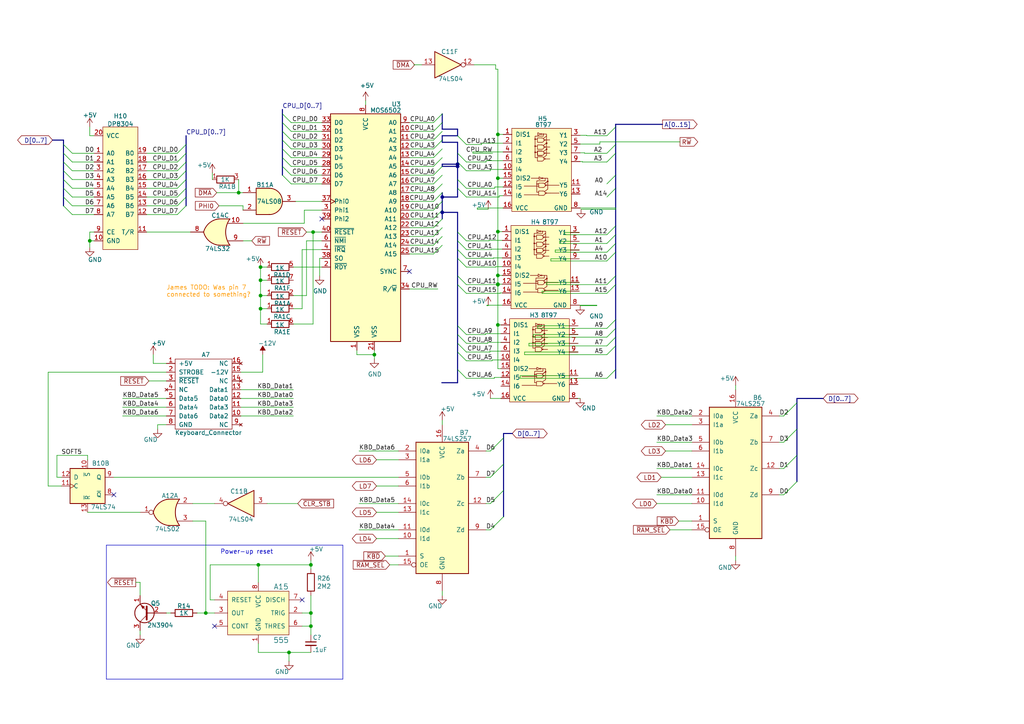
<source format=kicad_sch>
(kicad_sch (version 20230121) (generator eeschema)
  (paper "A4")
  (title_block (title "Apple II+ Schematic") (rev "0") (comment 1 "Captured from the Apple II Reference Manual (1979)"))
  (junction (at 69.215 55.88))
  (junction (at 144.399 67.183))
  (junction (at 90.17 163.83))
  (junction (at 144.399 82.423))
  (junction (at 128.27 61.595))
  (junction (at 144.399 82.55))
  (junction (at 26.035 69.85))
  (junction (at 90.805 67.31))
  (junction (at 144.399 79.883))
  (junction (at 75.565 89.535))
  (junction (at 59.69 177.8))
  (junction (at 144.399 51.689))
  (junction (at 90.17 181.61))
  (junction (at 144.399 94.234))
  (junction (at 74.93 163.83))
  (junction (at 75.565 77.47))
  (junction (at 144.399 38.989))
  (junction (at 128.27 57.15))
  (junction (at 108.585 102.87))
  (junction (at 90.17 177.8))
  (junction (at 75.565 85.725))
  (junction (at 75.565 81.28))
  (junction (at 132.715 47.625))
  (junction (at 132.715 48.26))
  (junction (at 83.82 189.23))
  (no_connect (at 87.63 173.99))
  (no_connect (at 33.02 143.51))
  (no_connect (at 93.345 63.5))
  (no_connect (at 118.745 78.74))
  (no_connect (at 62.23 181.61))
  (bus_entry (at 81.915 33.02) (size 2.54 2.54))
  (bus_entry (at 81.915 45.72) (size 2.54 2.54))
  (bus_entry (at 178.562 95.25) (size -2.54 2.54))
  (bus_entry (at 178.562 100.33) (size -2.54 2.54))
  (bus_entry (at 18.415 52.07) (size 2.54 2.54))
  (bus_entry (at 18.415 49.53) (size 2.54 2.54))
  (bus_entry (at 81.915 35.56) (size 2.54 2.54))
  (bus_entry (at 132.715 80.01) (size 2.54 2.54))
  (bus_entry (at 178.562 41.91) (size -2.54 2.54))
  (bus_entry (at 125.73 58.42) (size 2.54 -2.54))
  (bus_entry (at 178.562 70.612) (size -2.54 2.54))
  (bus_entry (at 51.435 59.69) (size 2.54 -2.54))
  (bus_entry (at 178.562 68.072) (size -2.54 2.54))
  (bus_entry (at 51.435 54.61) (size 2.54 -2.54))
  (bus_entry (at 132.715 46.99) (size 2.54 2.54))
  (bus_entry (at 132.715 44.45) (size 2.54 2.54))
  (bus_entry (at 125.73 66.04) (size 2.54 -2.54))
  (bus_entry (at 125.73 40.64) (size 2.54 -2.54))
  (bus_entry (at 81.915 48.26) (size 2.54 2.54))
  (bus_entry (at 125.73 43.18) (size 2.54 -2.54))
  (bus_entry (at 132.715 107.188) (size 2.54 2.54))
  (bus_entry (at 146.05 142.24) (size -2.54 2.54))
  (bus_entry (at 125.73 68.58) (size 2.54 -2.54))
  (bus_entry (at 178.562 65.532) (size -2.54 2.54))
  (bus_entry (at 51.435 52.07) (size 2.54 -2.54))
  (bus_entry (at 132.715 72.39) (size 2.54 2.54))
  (bus_entry (at 18.415 54.61) (size 2.54 2.54))
  (bus_entry (at 146.05 149.86) (size -2.54 2.54))
  (bus_entry (at 132.715 102.108) (size 2.54 2.54))
  (bus_entry (at 125.73 60.96) (size 2.54 -2.54))
  (bus_entry (at 51.435 46.99) (size 2.54 -2.54))
  (bus_entry (at 125.73 48.26) (size 2.54 -2.54))
  (bus_entry (at 132.715 82.55) (size 2.54 2.54))
  (bus_entry (at 178.562 54.61) (size -2.54 2.54))
  (bus_entry (at 125.73 50.8) (size 2.54 -2.54))
  (bus_entry (at 18.415 46.99) (size 2.54 2.54))
  (bus_entry (at 132.715 54.61) (size 2.54 2.54))
  (bus_entry (at 146.05 134.62) (size -2.54 2.54))
  (bus_entry (at 125.73 63.5) (size 2.54 -2.54))
  (bus_entry (at 132.715 39.37) (size 2.54 2.54))
  (bus_entry (at 125.73 55.88) (size 2.54 -2.54))
  (bus_entry (at 178.562 44.45) (size -2.54 2.54))
  (bus_entry (at 132.715 69.85) (size 2.54 2.54))
  (bus_entry (at 128.27 33.02) (size -2.54 2.54))
  (bus_entry (at 178.562 50.8) (size -2.54 2.54))
  (bus_entry (at 178.562 36.83) (size -2.54 2.54))
  (bus_entry (at 128.27 35.56) (size -2.54 2.54))
  (bus_entry (at 81.915 40.64) (size 2.54 2.54))
  (bus_entry (at 132.715 52.07) (size 2.54 2.54))
  (bus_entry (at 132.715 67.31) (size 2.54 2.54))
  (bus_entry (at 178.562 73.152) (size -2.54 2.54))
  (bus_entry (at 51.435 62.23) (size 2.54 -2.54))
  (bus_entry (at 51.435 57.15) (size 2.54 -2.54))
  (bus_entry (at 231.14 132.08) (size -2.54 2.54))
  (bus_entry (at 18.415 57.15) (size 2.54 2.54))
  (bus_entry (at 81.915 38.1) (size 2.54 2.54))
  (bus_entry (at 231.14 124.46) (size -2.54 2.54))
  (bus_entry (at 231.14 116.84) (size -2.54 2.54))
  (bus_entry (at 132.715 74.93) (size 2.54 2.54))
  (bus_entry (at 81.915 43.18) (size 2.54 2.54))
  (bus_entry (at 125.73 73.66) (size 2.54 -2.54))
  (bus_entry (at 125.73 53.34) (size 2.54 -2.54))
  (bus_entry (at 146.05 127) (size -2.54 2.54))
  (bus_entry (at 51.435 49.53) (size 2.54 -2.54))
  (bus_entry (at 178.562 82.55) (size -2.54 2.54))
  (bus_entry (at 18.415 44.45) (size 2.54 2.54))
  (bus_entry (at 231.14 139.7) (size -2.54 2.54))
  (bus_entry (at 132.715 97.028) (size 2.54 2.54))
  (bus_entry (at 125.73 45.72) (size 2.54 -2.54))
  (bus_entry (at 132.715 94.488) (size 2.54 2.54))
  (bus_entry (at 178.562 107.188) (size -2.54 2.54))
  (bus_entry (at 132.715 99.568) (size 2.54 2.54))
  (bus_entry (at 125.73 71.12) (size 2.54 -2.54))
  (bus_entry (at 51.435 44.45) (size 2.54 -2.54))
  (bus_entry (at 178.562 97.79) (size -2.54 2.54))
  (bus_entry (at 178.562 80.01) (size -2.54 2.54))
  (bus_entry (at 178.562 92.71) (size -2.54 2.54))
  (bus_entry (at 18.415 59.69) (size 2.54 2.54))
  (bus_entry (at 81.915 50.8) (size 2.54 2.54))
  (bus_entry (at 18.415 41.91) (size 2.54 2.54))
  (bus (pts (xy 15.24 40.64) (xy 18.415 40.64)))
  (bus (pts (xy 132.715 46.99) (xy 132.715 47.625)))
  (wire (pts (xy 75.565 85.725) (xy 77.47 85.725)))
  (wire (pts (xy 104.14 153.67) (xy 115.57 153.67)))
  (wire (pts (xy 139.7 41.91) (xy 135.255 41.91)))
  (bus (pts (xy 53.975 52.07) (xy 53.975 54.61)))
  (wire (pts (xy 75.565 81.28) (xy 75.565 85.725)))
  (bus (pts (xy 132.715 110.998) (xy 128.143 110.998)))
  (wire (pts (xy 142.113 101.854) (xy 145.288 101.854)))
  (bus (pts (xy 132.715 41.275) (xy 132.715 44.45)))
  (wire (pts (xy 42.545 59.69) (xy 51.435 59.69)))
  (wire (pts (xy 144.78 56.769) (xy 144.78 57.15)))
  (wire (pts (xy 25.4 132.08) (xy 16.51 132.08)))
  (bus (pts (xy 18.415 57.15) (xy 18.415 59.69)))
  (bus (pts (xy 178.562 44.45) (xy 178.562 50.8)))
  (wire (pts (xy 118.745 60.96) (xy 125.73 60.96)))
  (wire (pts (xy 39.37 168.91) (xy 40.64 168.91)))
  (wire (pts (xy 144.399 82.55) (xy 135.255 82.55)))
  (wire (pts (xy 84.455 38.1) (xy 93.345 38.1)))
  (wire (pts (xy 84.455 40.64) (xy 93.345 40.64)))
  (wire (pts (xy 200.66 130.81) (xy 193.04 130.81)))
  (wire (pts (xy 143.51 54.61) (xy 135.255 54.61)))
  (wire (pts (xy 118.745 68.58) (xy 125.73 68.58)))
  (wire (pts (xy 144.399 79.883) (xy 144.399 82.423)))
  (wire (pts (xy 143.764 18.796) (xy 137.541 18.796)))
  (wire (pts (xy 145.034 84.963) (xy 145.034 85.09)))
  (wire (pts (xy 42.545 52.07) (xy 51.435 52.07)))
  (wire (pts (xy 59.69 151.13) (xy 59.69 177.8)))
  (bus (pts (xy 178.562 92.71) (xy 178.562 95.25)))
  (wire (pts (xy 152.146 102.87) (xy 152.146 102.108)))
  (bus (pts (xy 128.27 60.96) (xy 128.27 61.595)))
  (wire (pts (xy 42.545 46.99) (xy 51.435 46.99)))
  (wire (pts (xy 20.955 44.45) (xy 27.305 44.45)))
  (wire (pts (xy 168.275 39.243) (xy 170.18 39.243)))
  (bus (pts (xy 178.562 68.072) (xy 178.562 70.612)))
  (wire (pts (xy 138.43 60.325) (xy 138.43 60.706)))
  (wire (pts (xy 74.93 186.69) (xy 74.93 189.23)))
  (wire (pts (xy 143.51 54.229) (xy 145.923 54.229)))
  (bus (pts (xy 53.975 41.91) (xy 53.975 44.45)))
  (wire (pts (xy 16.51 132.08) (xy 16.51 138.43)))
  (wire (pts (xy 69.85 107.95) (xy 76.2 107.95)))
  (wire (pts (xy 144.399 67.183) (xy 144.399 79.883)))
  (wire (pts (xy 158.496 81.915) (xy 168.021 81.915)))
  (wire (pts (xy 70.485 69.85) (xy 73.025 69.85)))
  (wire (pts (xy 20.955 57.15) (xy 27.305 57.15)))
  (wire (pts (xy 20.955 62.23) (xy 27.305 62.23)))
  (wire (pts (xy 75.565 85.725) (xy 75.565 89.535)))
  (wire (pts (xy 155.956 94.488) (xy 167.64 94.488)))
  (polyline (pts (xy 30.861 196.977) (xy 99.441 196.977)))
  (bus (pts (xy 128.27 37.465) (xy 128.27 35.56)))
  (bus (pts (xy 132.715 72.39) (xy 132.715 74.93)))
  (bus (pts (xy 132.715 69.85) (xy 132.715 72.39)))
  (wire (pts (xy 88.265 60.96) (xy 88.265 64.77)))
  (wire (pts (xy 163.576 68.072) (xy 163.576 67.437)))
  (wire (pts (xy 92.71 74.93) (xy 93.345 74.93)))
  (wire (pts (xy 145.669 79.883) (xy 144.399 79.883)))
  (wire (pts (xy 42.545 44.45) (xy 51.435 44.45)))
  (wire (pts (xy 109.22 133.35) (xy 115.57 133.35)))
  (bus (pts (xy 132.715 80.01) (xy 132.715 82.55)))
  (wire (pts (xy 194.31 153.67) (xy 200.66 153.67)))
  (wire (pts (xy 104.14 130.81) (xy 115.57 130.81)))
  (wire (pts (xy 45.72 124.46) (xy 45.72 123.19)))
  (bus (pts (xy 132.715 57.15) (xy 128.27 57.15)))
  (bus (pts (xy 132.715 61.595) (xy 128.27 61.595)))
  (wire (pts (xy 90.17 177.8) (xy 90.17 172.72)))
  (wire (pts (xy 142.24 115.57) (xy 145.288 115.57)))
  (wire (pts (xy 145.669 67.183) (xy 144.399 67.183)))
  (wire (pts (xy 118.745 66.04) (xy 125.73 66.04)))
  (wire (pts (xy 141.224 88.519) (xy 141.224 88.646)))
  (wire (pts (xy 142.24 146.05) (xy 143.51 144.78)))
  (wire (pts (xy 83.82 189.23) (xy 83.82 191.77)))
  (wire (pts (xy 26.035 69.85) (xy 26.035 71.755)))
  (wire (pts (xy 70.485 59.69) (xy 70.485 60.96)))
  (wire (pts (xy 84.455 50.8) (xy 93.345 50.8)))
  (wire (pts (xy 90.17 181.61) (xy 90.17 177.8)))
  (bus (pts (xy 178.562 80.01) (xy 178.562 82.55)))
  (wire (pts (xy 69.85 120.65) (xy 85.09 120.65)))
  (wire (pts (xy 144.399 38.989) (xy 144.399 20.066)))
  (wire (pts (xy 140.97 153.67) (xy 142.24 153.67)))
  (wire (pts (xy 76.2 107.95) (xy 76.2 102.87)))
  (wire (pts (xy 168.275 44.323) (xy 169.545 44.323)))
  (wire (pts (xy 227.33 120.65) (xy 228.6 119.38)))
  (wire (pts (xy 150.876 109.728) (xy 176.022 109.728)))
  (wire (pts (xy 143.764 77.343) (xy 145.669 77.343)))
  (wire (pts (xy 144.399 20.066) (xy 143.764 20.066)))
  (bus (pts (xy 128.27 39.37) (xy 128.27 40.64)))
  (wire (pts (xy 44.45 102.87) (xy 44.45 105.41)))
  (wire (pts (xy 143.764 77.343) (xy 143.764 77.47)))
  (wire (pts (xy 170.18 39.243) (xy 170.18 39.37)))
  (bus (pts (xy 128.27 57.15) (xy 128.143 57.15)))
  (bus (pts (xy 128.27 61.595) (xy 128.27 63.5)))
  (wire (pts (xy 142.24 138.43) (xy 143.51 137.16)))
  (wire (pts (xy 143.383 109.474) (xy 143.383 109.728)))
  (bus (pts (xy 81.915 31.75) (xy 81.915 33.02)))
  (bus (pts (xy 178.562 95.25) (xy 178.562 97.79)))
  (wire (pts (xy 155.956 95.25) (xy 176.022 95.25)))
  (bus (pts (xy 81.915 35.56) (xy 81.915 38.1)))
  (wire (pts (xy 139.7 41.529) (xy 139.7 41.91)))
  (wire (pts (xy 158.496 82.55) (xy 176.022 82.55)))
  (wire (pts (xy 85.09 93.98) (xy 90.805 93.98)))
  (wire (pts (xy 20.955 52.07) (xy 27.305 52.07)))
  (wire (pts (xy 161.036 73.152) (xy 176.022 73.152)))
  (wire (pts (xy 200.66 138.43) (xy 191.77 138.43)))
  (wire (pts (xy 61.595 52.07) (xy 61.595 50.165)))
  (wire (pts (xy 113.03 163.83) (xy 115.57 163.83)))
  (wire (pts (xy 88.9 67.31) (xy 90.805 67.31)))
  (wire (pts (xy 118.745 38.1) (xy 125.73 38.1)))
  (bus (pts (xy 146.05 134.62) (xy 146.05 142.24)))
  (wire (pts (xy 93.345 69.85) (xy 88.9 69.85)))
  (bus (pts (xy 132.715 44.45) (xy 132.715 46.99)))
  (wire (pts (xy 25.4 133.35) (xy 25.4 132.08)))
  (wire (pts (xy 25.4 148.59) (xy 40.64 148.59)))
  (wire (pts (xy 190.5 135.89) (xy 200.66 135.89)))
  (bus (pts (xy 128.27 47.625) (xy 128.27 48.26)))
  (bus (pts (xy 81.915 43.18) (xy 81.915 45.72)))
  (wire (pts (xy 118.745 63.5) (xy 125.73 63.5)))
  (wire (pts (xy 145.288 106.934) (xy 144.399 106.934)))
  (bus (pts (xy 178.562 54.61) (xy 178.562 65.532)))
  (wire (pts (xy 140.843 96.774) (xy 145.288 96.774)))
  (wire (pts (xy 142.24 130.81) (xy 143.51 129.54)))
  (bus (pts (xy 132.715 48.26) (xy 132.715 52.07)))
  (wire (pts (xy 87.63 177.8) (xy 90.17 177.8)))
  (wire (pts (xy 84.455 45.72) (xy 93.345 45.72)))
  (wire (pts (xy 227.33 143.51) (xy 228.6 142.24)))
  (wire (pts (xy 75.565 81.28) (xy 77.47 81.28)))
  (wire (pts (xy 145.923 51.689) (xy 144.399 51.689)))
  (wire (pts (xy 140.97 46.99) (xy 135.255 46.99)))
  (wire (pts (xy 226.06 135.89) (xy 227.33 135.89)))
  (wire (pts (xy 84.455 48.26) (xy 93.345 48.26)))
  (wire (pts (xy 144.399 94.234) (xy 144.399 106.934)))
  (wire (pts (xy 155.956 95.25) (xy 155.956 94.488)))
  (wire (pts (xy 159.766 75.057) (xy 168.021 75.057)))
  (bus (pts (xy 128.27 61.595) (xy 128.143 61.595)))
  (wire (pts (xy 154.686 97.028) (xy 167.64 97.028)))
  (wire (pts (xy 74.93 163.83) (xy 74.93 168.91)))
  (wire (pts (xy 142.24 49.53) (xy 135.255 49.53)))
  (wire (pts (xy 104.14 146.05) (xy 115.57 146.05)))
  (wire (pts (xy 143.764 77.47) (xy 135.255 77.47)))
  (wire (pts (xy 141.478 99.568) (xy 135.255 99.568)))
  (wire (pts (xy 170.18 39.37) (xy 176.022 39.37)))
  (wire (pts (xy 168.91 46.863) (xy 168.91 46.99)))
  (bus (pts (xy 238.76 115.57) (xy 231.14 115.57)))
  (wire (pts (xy 158.496 82.55) (xy 158.496 81.915)))
  (bus (pts (xy 146.05 127) (xy 146.05 134.62)))
  (wire (pts (xy 144.78 57.15) (xy 135.255 57.15)))
  (wire (pts (xy 142.24 49.149) (xy 142.24 49.53)))
  (bus (pts (xy 178.562 50.8) (xy 178.562 54.61)))
  (wire (pts (xy 169.545 44.45) (xy 176.022 44.45)))
  (wire (pts (xy 227.33 128.27) (xy 228.6 127)))
  (wire (pts (xy 200.66 151.13) (xy 196.85 151.13)))
  (wire (pts (xy 106.045 29.21) (xy 106.045 30.48)))
  (wire (pts (xy 20.955 46.99) (xy 27.305 46.99)))
  (wire (pts (xy 137.16 44.069) (xy 145.923 44.069)))
  (wire (pts (xy 168.275 46.863) (xy 168.91 46.863)))
  (polyline (pts (xy 99.441 196.977) (xy 99.441 158.115)))
  (wire (pts (xy 20.955 59.69) (xy 27.305 59.69)))
  (bus (pts (xy 53.975 39.37) (xy 53.975 41.91)))
  (wire (pts (xy 40.64 184.15) (xy 40.64 182.88)))
  (wire (pts (xy 190.5 128.27) (xy 200.66 128.27)))
  (wire (pts (xy 144.399 94.234) (xy 144.399 82.55)))
  (wire (pts (xy 141.224 88.646) (xy 141.605 88.646)))
  (wire (pts (xy 16.51 138.43) (xy 17.78 138.43)))
  (bus (pts (xy 81.915 40.64) (xy 81.915 43.18)))
  (wire (pts (xy 42.545 57.15) (xy 51.435 57.15)))
  (wire (pts (xy 63.5 59.69) (xy 70.485 59.69)))
  (wire (pts (xy 90.17 162.56) (xy 90.17 163.83)))
  (wire (pts (xy 227.33 128.27) (xy 226.06 128.27)))
  (wire (pts (xy 168.275 60.325) (xy 178.562 60.325)))
  (wire (pts (xy 118.745 35.56) (xy 125.73 35.56)))
  (wire (pts (xy 88.265 64.77) (xy 70.485 64.77)))
  (wire (pts (xy 118.745 53.34) (xy 125.73 53.34)))
  (wire (pts (xy 60.96 163.83) (xy 74.93 163.83)))
  (wire (pts (xy 144.399 38.989) (xy 144.399 51.689)))
  (polyline (pts (xy 99.441 158.115) (xy 30.861 158.115)))
  (wire (pts (xy 150.876 109.728) (xy 150.876 108.966)))
  (wire (pts (xy 163.576 68.072) (xy 176.022 68.072)))
  (wire (pts (xy 163.576 67.437) (xy 168.021 67.437)))
  (wire (pts (xy 93.345 60.96) (xy 88.265 60.96)))
  (wire (pts (xy 169.545 44.323) (xy 169.545 44.45)))
  (bus (pts (xy 128.27 58.42) (xy 128.27 60.96)))
  (wire (pts (xy 118.745 73.66) (xy 125.73 73.66)))
  (wire (pts (xy 141.859 69.85) (xy 135.255 69.85)))
  (wire (pts (xy 150.876 108.966) (xy 167.64 108.966)))
  (wire (pts (xy 142.494 72.263) (xy 145.669 72.263)))
  (bus (pts (xy 53.975 57.15) (xy 53.975 59.69)))
  (wire (pts (xy 173.101 88.519) (xy 173.101 88.646)))
  (bus (pts (xy 18.415 46.99) (xy 18.415 49.53)))
  (bus (pts (xy 132.715 47.625) (xy 132.715 48.26)))
  (wire (pts (xy 75.565 77.47) (xy 75.565 81.28)))
  (wire (pts (xy 140.97 46.609) (xy 145.923 46.609)))
  (wire (pts (xy 142.24 49.149) (xy 145.923 49.149)))
  (wire (pts (xy 87.63 89.535) (xy 85.09 89.535)))
  (wire (pts (xy 62.23 173.99) (xy 60.96 173.99)))
  (bus (pts (xy 53.975 44.45) (xy 53.975 46.99)))
  (wire (pts (xy 42.545 67.31) (xy 55.245 67.31)))
  (bus (pts (xy 178.562 73.152) (xy 178.562 80.01)))
  (wire (pts (xy 103.505 101.6) (xy 103.505 102.87)))
  (wire (pts (xy 90.17 181.61) (xy 90.17 184.15)))
  (wire (pts (xy 152.146 102.108) (xy 167.64 102.108)))
  (wire (pts (xy 190.5 143.51) (xy 200.66 143.51)))
  (bus (pts (xy 178.562 36.068) (xy 178.562 36.83)))
  (wire (pts (xy 128.27 121.92) (xy 128.27 123.19)))
  (bus (pts (xy 132.715 47.625) (xy 128.27 47.625)))
  (wire (pts (xy 144.399 82.423) (xy 144.399 82.55)))
  (wire (pts (xy 57.15 177.8) (xy 59.69 177.8)))
  (wire (pts (xy 92.71 80.01) (xy 92.71 74.93)))
  (wire (pts (xy 48.26 107.95) (xy 13.97 107.95)))
  (wire (pts (xy 142.24 153.67) (xy 143.51 152.4)))
  (bus (pts (xy 53.975 49.53) (xy 53.975 52.07)))
  (wire (pts (xy 120.015 18.796) (xy 122.301 18.796)))
  (wire (pts (xy 140.97 146.05) (xy 142.24 146.05)))
  (bus (pts (xy 178.562 100.33) (xy 178.562 107.188)))
  (wire (pts (xy 200.66 123.19) (xy 193.04 123.19)))
  (wire (pts (xy 90.805 67.31) (xy 93.345 67.31)))
  (wire (pts (xy 60.96 173.99) (xy 60.96 163.83)))
  (wire (pts (xy 75.565 89.535) (xy 75.565 93.98)))
  (wire (pts (xy 144.78 56.769) (xy 145.923 56.769)))
  (wire (pts (xy 142.494 72.39) (xy 135.255 72.39)))
  (wire (pts (xy 84.455 43.18) (xy 93.345 43.18)))
  (wire (pts (xy 168.275 41.783) (xy 173.99 41.783)))
  (wire (pts (xy 93.345 72.39) (xy 87.63 72.39)))
  (wire (pts (xy 145.923 38.989) (xy 144.399 38.989)))
  (wire (pts (xy 140.843 96.774) (xy 140.843 97.028)))
  (wire (pts (xy 142.748 104.394) (xy 142.748 104.648)))
  (wire (pts (xy 109.22 148.59) (xy 115.57 148.59)))
  (wire (pts (xy 153.416 100.33) (xy 176.022 100.33)))
  (wire (pts (xy 118.745 50.8) (xy 125.73 50.8)))
  (wire (pts (xy 145.034 85.09) (xy 135.255 85.09)))
  (bus (pts (xy 128.27 41.275) (xy 128.27 40.64)))
  (bus (pts (xy 132.715 94.488) (xy 132.715 97.028)))
  (wire (pts (xy 75.565 89.535) (xy 77.47 89.535)))
  (wire (pts (xy 87.63 72.39) (xy 87.63 89.535)))
  (wire (pts (xy 45.72 123.19) (xy 48.26 123.19)))
  (wire (pts (xy 227.33 120.65) (xy 226.06 120.65)))
  (wire (pts (xy 141.478 99.314) (xy 141.478 99.568)))
  (bus (pts (xy 81.915 48.26) (xy 81.915 50.8)))
  (wire (pts (xy 140.97 46.609) (xy 140.97 46.99)))
  (bus (pts (xy 132.715 37.465) (xy 132.715 39.37)))
  (bus (pts (xy 132.715 61.595) (xy 132.715 67.31)))
  (bus (pts (xy 132.715 107.188) (xy 132.715 110.998)))
  (wire (pts (xy 118.745 45.72) (xy 125.73 45.72)))
  (wire (pts (xy 213.36 111.76) (xy 213.36 113.03)))
  (wire (pts (xy 42.545 49.53) (xy 51.435 49.53)))
  (wire (pts (xy 161.036 72.517) (xy 168.021 72.517)))
  (bus (pts (xy 18.415 41.91) (xy 18.415 44.45)))
  (wire (pts (xy 140.97 138.43) (xy 142.24 138.43)))
  (bus (pts (xy 128.27 57.15) (xy 128.27 58.42)))
  (wire (pts (xy 26.035 69.85) (xy 27.305 69.85)))
  (wire (pts (xy 49.53 177.8) (xy 48.26 177.8)))
  (wire (pts (xy 44.45 105.41) (xy 48.26 105.41)))
  (bus (pts (xy 231.14 116.84) (xy 231.14 124.46)))
  (wire (pts (xy 69.85 118.11) (xy 85.09 118.11)))
  (wire (pts (xy 226.06 143.51) (xy 227.33 143.51)))
  (wire (pts (xy 26.035 36.83) (xy 26.035 39.37)))
  (bus (pts (xy 132.715 54.61) (xy 132.715 57.15)))
  (wire (pts (xy 90.805 67.31) (xy 90.805 93.98)))
  (bus (pts (xy 231.14 124.46) (xy 231.14 132.08)))
  (wire (pts (xy 74.93 189.23) (xy 83.82 189.23)))
  (bus (pts (xy 132.715 39.37) (xy 128.27 39.37)))
  (wire (pts (xy 141.224 88.519) (xy 145.669 88.519)))
  (wire (pts (xy 118.745 48.26) (xy 125.73 48.26)))
  (bus (pts (xy 178.562 107.188) (xy 178.562 109.728)))
  (wire (pts (xy 74.93 163.83) (xy 90.17 163.83)))
  (wire (pts (xy 35.56 118.11) (xy 48.26 118.11)))
  (wire (pts (xy 69.215 55.88) (xy 70.485 55.88)))
  (wire (pts (xy 137.16 44.069) (xy 137.16 44.45)))
  (wire (pts (xy 157.226 85.09) (xy 157.226 84.455)))
  (bus (pts (xy 132.715 41.275) (xy 128.27 41.275)))
  (wire (pts (xy 75.565 77.47) (xy 77.47 77.47)))
  (wire (pts (xy 118.745 71.12) (xy 125.73 71.12)))
  (bus (pts (xy 132.715 102.108) (xy 132.715 107.188)))
  (wire (pts (xy 143.383 109.728) (xy 135.255 109.728)))
  (bus (pts (xy 178.562 36.83) (xy 178.562 41.91)))
  (bus (pts (xy 132.715 97.028) (xy 132.715 99.568)))
  (wire (pts (xy 88.9 85.725) (xy 85.09 85.725)))
  (wire (pts (xy 168.021 88.519) (xy 173.101 88.519)))
  (bus (pts (xy 178.562 70.612) (xy 178.562 73.152)))
  (wire (pts (xy 168.91 46.99) (xy 176.022 46.99)))
  (bus (pts (xy 81.915 45.72) (xy 81.915 48.26)))
  (wire (pts (xy 85.725 58.42) (xy 93.345 58.42)))
  (wire (pts (xy 69.215 52.07) (xy 69.215 55.88)))
  (wire (pts (xy 27.305 67.31) (xy 26.035 67.31)))
  (wire (pts (xy 227.33 135.89) (xy 228.6 134.62)))
  (wire (pts (xy 141.859 69.723) (xy 141.859 69.85)))
  (wire (pts (xy 145.034 84.963) (xy 145.669 84.963)))
  (bus (pts (xy 53.975 46.99) (xy 53.975 49.53)))
  (wire (pts (xy 200.66 146.05) (xy 190.5 146.05)))
  (wire (pts (xy 141.478 99.314) (xy 145.288 99.314)))
  (bus (pts (xy 18.415 54.61) (xy 18.415 57.15)))
  (wire (pts (xy 145.288 94.234) (xy 144.399 94.234)))
  (wire (pts (xy 109.22 156.21) (xy 115.57 156.21)))
  (bus (pts (xy 18.415 52.07) (xy 18.415 54.61)))
  (bus (pts (xy 18.415 44.45) (xy 18.415 46.99)))
  (wire (pts (xy 20.955 54.61) (xy 27.305 54.61)))
  (wire (pts (xy 161.036 73.152) (xy 161.036 72.517)))
  (wire (pts (xy 143.129 74.93) (xy 135.255 74.93)))
  (wire (pts (xy 152.146 102.87) (xy 176.022 102.87)))
  (wire (pts (xy 55.88 146.05) (xy 62.23 146.05)))
  (bus (pts (xy 231.14 115.57) (xy 231.14 116.84)))
  (wire (pts (xy 118.745 55.88) (xy 125.73 55.88)))
  (wire (pts (xy 20.955 49.53) (xy 27.305 49.53)))
  (wire (pts (xy 26.035 67.31) (xy 26.035 69.85)))
  (wire (pts (xy 33.02 138.43) (xy 115.57 138.43)))
  (wire (pts (xy 59.69 151.13) (xy 55.88 151.13)))
  (wire (pts (xy 109.22 140.97) (xy 115.57 140.97)))
  (wire (pts (xy 142.494 72.263) (xy 142.494 72.39)))
  (wire (pts (xy 87.63 181.61) (xy 90.17 181.61)))
  (bus (pts (xy 132.715 99.568) (xy 132.715 102.108)))
  (wire (pts (xy 143.51 54.229) (xy 143.51 54.61)))
  (wire (pts (xy 173.101 88.646) (xy 168.275 88.646)))
  (bus (pts (xy 146.05 142.24) (xy 146.05 149.86)))
  (wire (pts (xy 103.505 102.87) (xy 108.585 102.87)))
  (wire (pts (xy 69.85 113.03) (xy 85.09 113.03)))
  (bus (pts (xy 132.715 82.55) (xy 132.715 94.488)))
  (bus (pts (xy 81.915 33.02) (xy 81.915 35.56)))
  (wire (pts (xy 140.97 130.81) (xy 142.24 130.81)))
  (wire (pts (xy 40.64 168.91) (xy 40.64 172.72)))
  (wire (pts (xy 139.7 41.529) (xy 145.923 41.529)))
  (bus (pts (xy 178.562 97.79) (xy 178.562 100.33)))
  (wire (pts (xy 157.226 85.09) (xy 176.022 85.09)))
  (bus (pts (xy 148.59 125.73) (xy 146.05 125.73)))
  (wire (pts (xy 153.416 99.568) (xy 167.64 99.568)))
  (wire (pts (xy 83.82 189.23) (xy 90.17 189.23)))
  (wire (pts (xy 35.56 120.65) (xy 48.26 120.65)))
  (bus (pts (xy 132.715 52.07) (xy 132.715 54.61)))
  (wire (pts (xy 190.5 120.65) (xy 200.66 120.65)))
  (bus (pts (xy 81.915 38.1) (xy 81.915 40.64)))
  (bus (pts (xy 128.27 33.02) (xy 128.27 35.56)))
  (wire (pts (xy 35.56 115.57) (xy 48.26 115.57)))
  (wire (pts (xy 138.43 60.325) (xy 145.923 60.325)))
  (wire (pts (xy 13.97 140.97) (xy 17.78 140.97)))
  (bus (pts (xy 132.715 37.465) (xy 128.27 37.465)))
  (wire (pts (xy 108.585 102.87) (xy 108.585 101.6)))
  (wire (pts (xy 173.99 41.148) (xy 197.231 41.148)))
  (wire (pts (xy 84.455 35.56) (xy 93.345 35.56)))
  (wire (pts (xy 43.18 110.49) (xy 48.26 110.49)))
  (wire (pts (xy 118.745 83.82) (xy 127 83.82)))
  (wire (pts (xy 144.399 82.423) (xy 145.669 82.423)))
  (wire (pts (xy 143.129 74.803) (xy 145.669 74.803)))
  (wire (pts (xy 143.383 109.474) (xy 145.288 109.474)))
  (polyline (pts (xy 30.861 158.115) (xy 30.861 196.977)))
  (wire (pts (xy 42.545 62.23) (xy 51.435 62.23)))
  (wire (pts (xy 143.764 20.066) (xy 143.764 18.796)))
  (wire (pts (xy 144.399 51.689) (xy 144.399 67.183)))
  (wire (pts (xy 162.306 70.612) (xy 176.022 70.612)))
  (bus (pts (xy 132.715 74.93) (xy 132.715 80.01)))
  (bus (pts (xy 178.562 65.532) (xy 178.562 68.072)))
  (wire (pts (xy 128.27 171.45) (xy 128.27 172.72)))
  (wire (pts (xy 75.565 93.98) (xy 77.47 93.98)))
  (wire (pts (xy 162.306 70.612) (xy 162.306 69.977)))
  (wire (pts (xy 178.562 60.325) (xy 178.562 60.706)))
  (wire (pts (xy 138.43 60.706) (xy 141.605 60.706)))
  (wire (pts (xy 213.36 162.56) (xy 213.36 161.29)))
  (wire (pts (xy 140.843 97.028) (xy 135.255 97.028)))
  (wire (pts (xy 142.113 102.108) (xy 135.255 102.108)))
  (bus (pts (xy 132.715 48.26) (xy 128.27 48.26)))
  (wire (pts (xy 26.035 39.37) (xy 27.305 39.37)))
  (wire (pts (xy 143.129 74.803) (xy 143.129 74.93)))
  (wire (pts (xy 159.766 75.692) (xy 159.766 75.057)))
  (wire (pts (xy 142.113 101.854) (xy 142.113 102.108)))
  (bus (pts (xy 128.27 55.88) (xy 128.27 57.15)))
  (wire (pts (xy 157.226 84.455) (xy 168.021 84.455)))
  (wire (pts (xy 90.17 163.83) (xy 90.17 165.1)))
  (bus (pts (xy 231.14 132.08) (xy 231.14 139.7)))
  (wire (pts (xy 178.562 60.706) (xy 168.529 60.706)))
  (wire (pts (xy 118.745 58.42) (xy 125.73 58.42)))
  (wire (pts (xy 142.748 104.394) (xy 145.288 104.394)))
  (wire (pts (xy 154.686 97.79) (xy 176.022 97.79)))
  (wire (pts (xy 162.306 69.977) (xy 168.021 69.977)))
  (wire (pts (xy 118.745 43.18) (xy 125.73 43.18)))
  (wire (pts (xy 77.47 146.05) (xy 86.36 146.05)))
  (wire (pts (xy 84.455 53.34) (xy 93.345 53.34)))
  (wire (pts (xy 62.865 55.88) (xy 69.215 55.88)))
  (bus (pts (xy 146.05 125.73) (xy 146.05 127)))
  (bus (pts (xy 178.562 82.55) (xy 178.562 92.71)))
  (wire (pts (xy 141.859 69.723) (xy 145.669 69.723)))
  (wire (pts (xy 167.64 115.57) (xy 168.275 115.57)))
  (wire (pts (xy 108.585 102.87) (xy 108.585 104.14)))
  (bus (pts (xy 53.975 54.61) (xy 53.975 57.15)))
  (wire (pts (xy 111.76 161.29) (xy 115.57 161.29)))
  (wire (pts (xy 69.85 115.57) (xy 85.09 115.57)))
  (wire (pts (xy 42.545 54.61) (xy 51.435 54.61)))
  (wire (pts (xy 118.745 40.64) (xy 125.73 40.64)))
  (bus (pts (xy 18.415 49.53) (xy 18.415 52.07)))
  (wire (pts (xy 153.416 100.33) (xy 153.416 99.568)))
  (wire (pts (xy 13.97 107.95) (xy 13.97 140.97)))
  (wire (pts (xy 137.16 44.45) (xy 142.875 44.45)))
  (wire (pts (xy 142.748 104.648) (xy 135.255 104.648)))
  (wire (pts (xy 85.09 77.47) (xy 93.345 77.47)))
  (bus (pts (xy 132.715 67.31) (xy 132.715 69.85)))
  (bus (pts (xy 178.562 36.068) (xy 192.151 36.068)))
  (bus (pts (xy 18.415 40.64) (xy 18.415 41.91)))
  (wire (pts (xy 88.9 69.85) (xy 88.9 85.725)))
  (wire (pts (xy 154.686 97.79) (xy 154.686 97.028)))
  (wire (pts (xy 173.99 41.783) (xy 173.99 41.148)))
  (wire (pts (xy 59.69 177.8) (xy 62.23 177.8)))
  (wire (pts (xy 159.766 75.692) (xy 176.022 75.692)))
  (bus (pts (xy 178.562 41.91) (xy 178.562 44.45)))
  (text "Power-up reset" (at 63.881 160.909 0) (effects (font (size 1.27 1.27)) (justify left bottom)))
  (text "James TODO: Was pin 7\nconnected to something?" (at 48.26 86.36 0) (effects (font (size 1.27 1.27)) (justify left bottom)))
  (label "CPU_RW" (at 127 83.82 180))
  (label "A14" (at 172.466 57.15 0))
  (label "CPU_A13" (at 118.872 68.58 0))
  (label "CPU_D1" (at 84.709 38.1 0))
  (label "CPU_D5" (at 44.196 57.15 0))
  (label "A12" (at 172.466 68.072 0))
  (label "A5" (at 172.466 102.87 0))
  (label "CPU_D7" (at 84.709 53.34 0))
  (label "CPU_D[0..7]" (at 53.975 39.37 0))
  (label "CPU_D4" (at 44.196 54.61 0))
  (label "A1" (at 172.466 70.612 0))
  (label "CPU_D6" (at 84.709 50.8 0))
  (label "D4" (at 140.97 153.67 0))
  (label "D7" (at 140.97 138.43 0))
  (label "CPU_RW" (at 142.875 44.45 180))
  (label "D0" (at 27.305 44.45 180))
  (label "CPU_A14" (at 118.872 71.12 0))
  (label "CPU_A7" (at 118.872 53.34 0))
  (label "CPU_A1" (at 118.872 38.1 0))
  (label "KBD_Data1" (at 85.09 113.03 180))
  (label "KBD_Data6" (at 35.56 120.65 0))
  (label "CPU_A10" (at 118.872 60.96 0))
  (label "CPU_D3" (at 84.709 43.18 0))
  (label "A6" (at 172.466 109.728 0))
  (label "CPU_A6" (at 118.872 50.8 0))
  (label "CPU_A6" (at 135.509 109.728 0))
  (label "KBD_Data0" (at 85.09 115.57 180))
  (label "A4" (at 172.466 73.152 0))
  (label "KBD_Data2" (at 190.5 120.65 0))
  (label "CPU_D[0..7]" (at 81.915 31.75 0))
  (label "CPU_D6" (at 44.196 59.69 0))
  (label "KBD_Data1" (at 190.5 135.89 0))
  (label "CPU_A0" (at 118.872 35.56 0))
  (label "CPU_A2" (at 135.509 46.99 0))
  (label "KBD_Data5" (at 104.14 146.05 0))
  (label "A15" (at 172.466 85.09 0))
  (label "CPU_A11" (at 135.509 82.55 0))
  (label "KBD_Data4" (at 35.56 118.11 0))
  (label "CPU_A5" (at 135.509 104.648 0))
  (label "KBD_Data3" (at 190.5 128.27 0))
  (label "CPU_D2" (at 44.196 49.53 0))
  (label "CPU_A3" (at 118.872 43.18 0))
  (label "CPU_A4" (at 118.872 45.72 0))
  (label "CPU_A7" (at 135.509 102.108 0))
  (label "D0" (at 226.06 143.51 0))
  (label "CPU_A15" (at 118.872 73.66 0))
  (label "KBD_Data0" (at 190.5 143.51 0))
  (label "A3" (at 172.212 46.99 0))
  (label "CPU_A11" (at 118.872 63.5 0))
  (label "CPU_A13" (at 135.255 41.91 0))
  (label "A2" (at 172.212 44.45 0))
  (label "D1" (at 27.305 46.99 180))
  (label "CPU_A14" (at 135.509 57.15 0))
  (label "A8" (at 172.466 97.79 0))
  (label "CPU_D4" (at 84.709 45.72 0))
  (label "CPU_A9" (at 135.509 97.028 0))
  (label "A7" (at 172.466 100.33 0))
  (label "A9" (at 172.466 95.25 0))
  (label "CPU_A8" (at 118.872 55.88 0))
  (label "A10" (at 172.466 75.692 0))
  (label "CPU_A0" (at 135.509 54.61 0))
  (label "CPU_D0" (at 84.709 35.56 0))
  (label "KBD_Data2" (at 85.09 120.65 180))
  (label "KBD_Data3" (at 85.09 118.11 180))
  (label "D2" (at 27.305 49.53 180))
  (label "D6" (at 140.97 130.81 0))
  (label "A0" (at 172.466 53.34 0))
  (label "D4" (at 27.305 54.61 180))
  (label "CPU_A10" (at 135.509 77.47 0))
  (label "D3" (at 27.305 52.07 180))
  (label "KBD_Data4" (at 104.14 153.67 0))
  (label "A11" (at 172.466 82.55 0))
  (label "CPU_D1" (at 44.196 46.99 0))
  (label "CPU_A8" (at 135.509 99.568 0))
  (label "D3" (at 226.06 128.27 0))
  (label "D5" (at 27.305 57.15 180))
  (label "D2" (at 226.06 120.65 0))
  (label "CPU_A12" (at 118.872 66.04 0))
  (label "CPU_A5" (at 118.872 48.26 0))
  (label "SOFT5" (at 17.78 132.08 0))
  (label "CPU_D2" (at 84.709 40.64 0))
  (label "CPU_D7" (at 44.196 62.23 0))
  (label "CPU_A1" (at 135.509 72.39 0))
  (label "CPU_A12" (at 135.509 69.85 0))
  (label "D5" (at 140.97 146.05 0))
  (label "KBD_Data6" (at 104.14 130.81 0))
  (label "CPU_A2" (at 118.872 40.64 0))
  (label "CPU_D3" (at 44.196 52.07 0))
  (label "A13" (at 172.212 39.37 0))
  (label "CPU_A3" (at 135.509 49.53 0))
  (label "D1" (at 226.06 135.89 0))
  (label "D6" (at 27.305 59.69 180))
  (label "KBD_Data5" (at 35.56 115.57 0))
  (label "D7" (at 27.305 62.23 180))
  (label "CPU_D0" (at 44.196 44.45 0))
  (label "CPU_A4" (at 135.509 74.93 0))
  (label "CPU_D5" (at 84.709 48.26 0))
  (label "CPU_A9" (at 118.745 58.42 0))
  (label "CPU_A15" (at 135.509 85.09 0))
  (global_label "D[0..7]" (shape bidirectional) (at 238.76 115.57 0) (property "Intersheetrefs" "${INTERSHEET_REFS}" (effects hide)))
  (global_label "~{RAM_SEL}" (shape input) (at 113.03 163.83 180) (property "Intersheetrefs" "${INTERSHEET_REFS}" (effects hide)))
  (global_label "~{CLR_STB}" (shape input) (at 86.36 146.05 0) (property "Intersheetrefs" "${INTERSHEET_REFS}" (effects hide)))
  (global_label "LD0" (shape bidirectional) (at 190.5 146.05 180) (property "Intersheetrefs" "${INTERSHEET_REFS}" (effects hide)))
  (global_label "LD4" (shape bidirectional) (at 109.22 156.21 180) (property "Intersheetrefs" "${INTERSHEET_REFS}" (effects hide)))
  (global_label "LD3" (shape bidirectional) (at 193.04 130.81 180) (property "Intersheetrefs" "${INTERSHEET_REFS}" (effects hide)))
  (global_label "LD7" (shape bidirectional) (at 109.22 140.97 180) (property "Intersheetrefs" "${INTERSHEET_REFS}" (effects hide)))
  (global_label "~{KBD}" (shape input) (at 111.76 161.29 180) (property "Intersheetrefs" "${INTERSHEET_REFS}" (effects hide)))
  (global_label "D[0..7]" (shape bidirectional) (at 148.59 125.73 0) (property "Intersheetrefs" "${INTERSHEET_REFS}" (effects hide)))
  (global_label "~{DMA}" (shape input) (at 120.269 18.796 180) (property "Intersheetrefs" "${INTERSHEET_REFS}" (effects hide)))
  (global_label "R~{W}" (shape output) (at 197.231 41.148 0) (property "Intersheetrefs" "${INTERSHEET_REFS}" (effects hide)))
  (global_label "LD6" (shape bidirectional) (at 109.22 133.35 180) (property "Intersheetrefs" "${INTERSHEET_REFS}" (effects hide)))
  (global_label "PHI0" (shape input) (at 63.5 59.69 180) (property "Intersheetrefs" "${INTERSHEET_REFS}" (effects hide)))
  (global_label "~{DMA}" (shape input) (at 62.865 55.88 180) (property "Intersheetrefs" "${INTERSHEET_REFS}" (effects hide)))
  (global_label "~{RAM_SEL}" (shape input) (at 194.31 153.67 180) (property "Intersheetrefs" "${INTERSHEET_REFS}" (effects hide)))
  (global_label "~{RESET}" (shape input) (at 43.18 110.49 180) (property "Intersheetrefs" "${INTERSHEET_REFS}" (effects hide)))
  (global_label "~{RESET}" (shape input) (at 88.9 67.31 180) (property "Intersheetrefs" "${INTERSHEET_REFS}" (effects hide)))
  (global_label "A[0..15]" (shape output) (at 192.151 36.068 0) (property "Intersheetrefs" "${INTERSHEET_REFS}" (effects hide)))
  (global_label "R~{W}" (shape input) (at 73.025 69.85 0) (property "Intersheetrefs" "${INTERSHEET_REFS}" (effects hide)))
  (global_label "LD5" (shape bidirectional) (at 109.22 148.59 180) (property "Intersheetrefs" "${INTERSHEET_REFS}" (effects hide)))
  (global_label "D[0..7]" (shape bidirectional) (at 15.24 40.64 180) (property "Intersheetrefs" "${INTERSHEET_REFS}" (effects hide)))
  (global_label "LD1" (shape bidirectional) (at 191.77 138.43 180) (property "Intersheetrefs" "${INTERSHEET_REFS}" (effects hide)))
  (global_label "~{KBD}" (shape input) (at 196.85 151.13 180) (property "Intersheetrefs" "${INTERSHEET_REFS}" (effects hide)))
  (global_label "~{RESET}" (shape output) (at 39.37 168.91 180) (property "Intersheetrefs" "${INTERSHEET_REFS}" (effects hide)))
  (global_label "LD2" (shape bidirectional) (at 193.04 123.19 180) (property "Intersheetrefs" "${INTERSHEET_REFS}" (effects hide)))
  (symbol (lib_id "AppleII+:MOS6502") (at 106.045 66.04 0) (unit 1)
    (property "Reference" "U3" (at 114.935 30.226 0))
    (property "Value" "MOS6502" (at 111.887 32.004 0))
    (property "Footprint" "Package_DIP:DIP-40_W15.24mm" (effects hide))
    (property "Datasheet" "http://pdf.datasheetcatalog.com/datasheet/motorola/MC68A00L.pdf" (effects hide))
  )
  (symbol (lib_id "power:GND") (at 108.585 104.14 0) (unit 1)
    (property "Reference" "#PWR0101" (effects hide))
    (property "Value" "GND" (at 108.712 108.5342 0))
  )
  (symbol (lib_id "power:+5V") (at 106.045 29.21 0) (unit 1)
    (property "Reference" "#PWR0102" (effects hide))
    (property "Value" "+5V" (at 106.426 24.8158 0))
  )
  (symbol (lib_id "74xx:74LS08") (at 78.105 58.42 0) (unit 1)
    (property "Reference" "B11" (at 76.835 53.594 0))
    (property "Value" "74LS08" (at 78.105 58.42 0))
    (property "Datasheet" "http://www.ti.com/lit/gpn/sn74LS08" (effects hide))
  )
  (symbol (lib_id "74xx:74LS32") (at 62.865 67.31 180) (unit 3)
    (property "Reference" "C14" (at 63.881 62.484 0))
    (property "Value" "74LS32" (at 63.119 72.136 0))
    (property "Datasheet" "http://www.ti.com/lit/gpn/sn74LS32" (effects hide))
  )
  (symbol (lib_id "AppleII+:8T97") (at 156.083 46.101 0) (unit 1)
    (property "Reference" "H5" (at 157.353 34.417 0))
    (property "Value" "8T97" (at 157.607 36.195 0))
  )
  (symbol (lib_id "power:GND") (at 168.275 115.57 0) (unit 1)
    (property "Reference" "#PWR0103" (effects hide))
    (property "Value" "GND" (at 170.815 118.364 0))
  )
  (symbol (lib_id "power:GND") (at 168.275 88.646 0) (unit 1)
    (property "Reference" "#PWR0104" (effects hide))
    (property "Value" "GND" (at 172.974 91.694 0))
  )
  (symbol (lib_id "power:GND") (at 168.529 60.706 0) (unit 1)
    (property "Reference" "#PWR0105" (effects hide))
    (property "Value" "GND" (at 172.974 61.468 0))
  )
  (symbol (lib_id "power:+5V") (at 141.605 60.706 0) (unit 1)
    (property "Reference" "#PWR0106" (effects hide))
    (property "Value" "+5V" (at 136.779 59.436 0) (effects (justify left)))
  )
  (symbol (lib_id "AppleII+:8T97") (at 155.829 74.295 0) (unit 1)
    (property "Reference" "H4" (at 155.321 64.389 0))
    (property "Value" "8T97" (at 159.639 64.389 0))
  )
  (symbol (lib_id "power:+5V") (at 141.605 88.646 0) (unit 1)
    (property "Reference" "#PWR0107" (effects hide))
    (property "Value" "+5V" (at 136.779 87.376 0) (effects (justify left)))
  )
  (symbol (lib_id "power:+5V") (at 142.24 115.57 0) (unit 1)
    (property "Reference" "#PWR0108" (effects hide))
    (property "Value" "+5V" (at 136.652 114.3 0) (effects (justify left)))
  )
  (symbol (lib_id "AppleII+:8T97") (at 155.448 101.346 0) (unit 1)
    (property "Reference" "H3" (at 154.94 91.44 0))
    (property "Value" "8T97" (at 159.258 91.44 0))
  )
  (symbol (lib_id "74xx:74LS04") (at 129.921 18.796 0) (unit 6)
    (property "Reference" "C11" (at 130.429 14.986 0))
    (property "Value" "74LS04" (at 130.683 22.86 0))
    (property "Datasheet" "http://www.ti.com/lit/gpn/sn74LS04" (effects hide))
  )
  (symbol (lib_id "Device:R_Network08_Split") (at 65.405 52.07 90) (unit 2)
    (property "Reference" "RA1" (at 68.453 54.102 90) (effects (justify left)))
    (property "Value" "1K" (at 66.675 52.07 90) (effects (justify left)))
    (property "Footprint" "Resistor_THT:R_Array_SIP9" (effects hide))
    (property "Datasheet" "http://www.vishay.com/docs/31509/csc.pdf" (effects hide))
  )
  (symbol (lib_id "power:+5V") (at 61.595 50.165 0) (unit 1)
    (property "Reference" "#PWR0114" (effects hide))
    (property "Value" "+5V" (at 59.182 47.879 0))
  )
  (symbol (lib_id "Device:R_Network08_Split") (at 81.28 77.47 90) (unit 4)
    (property "Reference" "RA1" (at 84.328 79.756 90) (effects (justify left)))
    (property "Value" "1K" (at 82.55 77.724 90) (effects (justify left)))
    (property "Footprint" "Resistor_THT:R_Array_SIP9" (effects hide))
    (property "Datasheet" "http://www.vishay.com/docs/31509/csc.pdf" (effects hide))
  )
  (symbol (lib_id "power:+5V") (at 75.565 77.47 0) (unit 1)
    (property "Reference" "#PWR0115" (effects hide))
    (property "Value" "+5V" (at 73.279 75.057 0))
  )
  (symbol (lib_id "power:+5V") (at 26.035 36.83 0) (unit 1)
    (property "Reference" "#PWR0118" (effects hide))
    (property "Value" "+5V" (at 26.035 33.401 0))
  )
  (symbol (lib_id "power:GND") (at 92.71 80.01 0) (unit 1)
    (property "Reference" "#PWR0116" (effects hide))
    (property "Value" "GND" (at 92.837 84.4042 0))
  )
  (symbol (lib_id "Device:R_Network08_Split") (at 81.28 85.725 90) (unit 1)
    (property "Reference" "RA1" (at 84.328 88.011 90) (effects (justify left)))
    (property "Value" "1K" (at 82.55 85.979 90) (effects (justify left)))
    (property "Footprint" "Resistor_THT:R_Array_SIP9" (effects hide))
    (property "Datasheet" "http://www.vishay.com/docs/31509/csc.pdf" (effects hide))
  )
  (symbol (lib_id "Device:R_Network08_Split") (at 81.28 89.535 90) (unit 3)
    (property "Reference" "RA1" (at 84.328 91.821 90) (effects (justify left)))
    (property "Value" "1K" (at 82.55 89.789 90) (effects (justify left)))
    (property "Footprint" "Resistor_THT:R_Array_SIP9" (effects hide))
    (property "Datasheet" "http://www.vishay.com/docs/31509/csc.pdf" (effects hide))
  )
  (symbol (lib_id "Device:R_Network08_Split") (at 81.28 93.98 90) (unit 5)
    (property "Reference" "RA1" (at 84.328 96.266 90) (effects (justify left)))
    (property "Value" "1K" (at 82.55 94.234 90) (effects (justify left)))
    (property "Footprint" "Resistor_THT:R_Array_SIP9" (effects hide))
    (property "Datasheet" "http://www.vishay.com/docs/31509/csc.pdf" (effects hide))
  )
  (symbol (lib_id "Device:R_Network08_Split") (at 81.28 81.28 90) (unit 6)
    (property "Reference" "RA1" (at 84.328 83.566 90) (effects (justify left)))
    (property "Value" "1K" (at 82.55 81.534 90) (effects (justify left)))
    (property "Footprint" "Resistor_THT:R_Array_SIP9" (effects hide))
    (property "Datasheet" "http://www.vishay.com/docs/31509/csc.pdf" (effects hide))
  )
  (symbol (lib_id "power:GND") (at 26.035 71.755 0) (unit 1)
    (property "Reference" "#PWR0119" (effects hide))
    (property "Value" "GND" (at 27.559 75.311 0))
  )
  (symbol (lib_id "74xx:74LS257") (at 128.27 146.05 0) (unit 1)
    (property "Reference" "B7" (at 134.62 125.476 0))
    (property "Value" "74LS257" (at 132.588 127.254 0))
    (property "Datasheet" "http://www.ti.com/lit/gpn/sn74LS257" (effects hide))
  )
  (symbol (lib_id "AppleII+:DP8304") (at 34.925 54.61 0) (unit 1)
    (property "Reference" "H10" (at 34.925 33.655 0))
    (property "Value" "DP8304" (at 34.925 35.9664 0))
  )
  (symbol (lib_id "74xx:74LS257") (at 213.36 135.89 0) (unit 1)
    (property "Reference" "B6" (at 219.71 115.316 0))
    (property "Value" "74LS257" (at 217.678 117.094 0))
    (property "Datasheet" "http://www.ti.com/lit/gpn/sn74LS257" (effects hide))
  )
  (symbol (lib_id "power:+5V") (at 128.27 121.92 0) (unit 1)
    (property "Reference" "#PWR0122" (effects hide))
    (property "Value" "+5V" (at 129.794 118.618 0))
  )
  (symbol (lib_id "power:GND") (at 128.27 172.72 0) (unit 1)
    (property "Reference" "#PWR0123" (effects hide))
    (property "Value" "GND" (at 126.238 175.768 0))
  )
  (symbol (lib_id "power:GND") (at 213.36 162.56 0) (unit 1)
    (property "Reference" "#PWR0124" (effects hide))
    (property "Value" "GND" (at 210.312 164.592 0))
  )
  (symbol (lib_id "power:+5V") (at 213.36 111.76 0) (unit 1)
    (property "Reference" "#PWR0125" (effects hide))
    (property "Value" "+5V" (at 210.82 109.728 0))
  )
  (symbol (lib_id "AppleII+:555") (at 74.93 176.53 0) (unit 1)
    (property "Reference" "A15" (at 81.534 170.18 0) (effects (font (size 1.524 1.524))))
    (property "Value" "555" (at 81.534 185.674 0) (effects (font (size 1.524 1.524))))
    (property "Footprint" "digikey-footprints:DIP-8_W7.62mm" (effects hide))
    (property "Datasheet" "http://www.ti.com/general/docs/suppproductinfo.tsp?distId=10&gotoUrl=http%3A%2F%2Fwww.ti.com%2Flit%2Fgpn%2Fne555" (effects hide))
    (property "Digi-Key_PN" "296-1411-5-ND" (effects hide))
    (property "MPN" "NE555P" (effects hide))
    (property "Category" "Integrated Circuits (ICs)" (effects hide))
    (property "Family" "Clock/Timing - Programmable Timers and Oscillators" (effects hide))
    (property "DK_Datasheet_Link" "http://www.ti.com/general/docs/suppproductinfo.tsp?distId=10&gotoUrl=http%3A%2F%2Fwww.ti.com%2Flit%2Fgpn%2Fne555" (effects hide))
    (property "DK_Detail_Page" "/product-detail/en/texas-instruments/NE555P/296-1411-5-ND/277057" (effects hide))
    (property "Description" "IC OSC SINGLE TIMER 100KHZ 8-DIP" (effects hide))
    (property "Manufacturer" "Texas Instruments" (effects hide))
    (property "Status" "Active" (effects hide))
  )
  (symbol (lib_id "AppleII+:AppleII+_Keyboard_Connector") (at 59.69 114.3 0) (unit 1)
    (property "Reference" "A7" (at 59.69 102.87 0))
    (property "Value" "Keyboard_Connector" (at 60.452 125.476 0))
  )
  (symbol (lib_id "74xx:74LS74") (at 25.4 140.97 0) (unit 2)
    (property "Reference" "B10" (at 29.21 134.366 0))
    (property "Value" "74LS74" (at 29.972 147.066 0))
    (property "Datasheet" "74xx/74hc_hct74.pdf" (effects hide))
  )
  (symbol (lib_id "74xx:74LS02") (at 48.26 148.59 0) (mirror y) (unit 1)
    (property "Reference" "A12" (at 49.276 143.764 0))
    (property "Value" "74LS02" (at 48.514 153.416 0))
    (property "Datasheet" "http://www.ti.com/lit/gpn/sn74ls02" (effects hide))
  )
  (symbol (lib_id "74xx:74LS04") (at 69.85 146.05 180) (unit 2)
    (property "Reference" "C11" (at 69.342 142.494 0))
    (property "Value" "74LS04" (at 69.85 150.622 0))
    (property "Datasheet" "http://www.ti.com/lit/gpn/sn74LS04" (effects hide))
  )
  (symbol (lib_id "Transistor_BJT:2N3904") (at 43.18 177.8 180) (unit 1)
    (property "Reference" "Q5" (at 46.482 175.006 0) (effects (justify left)))
    (property "Value" "2N3904" (at 50.292 181.356 0) (effects (justify left)))
    (property "Footprint" "Package_TO_SOT_THT:TO-92_Inline" (effects hide))
    (property "Datasheet" "https://www.onsemi.com/pub/Collateral/2N3903-D.PDF" (effects hide))
  )
  (symbol (lib_id "Device:R") (at 90.17 168.91 0) (unit 1)
    (property "Reference" "R26" (at 91.948 167.7416 0) (effects (justify left)))
    (property "Value" "2M2" (at 91.948 170.053 0) (effects (justify left)))
  )
  (symbol (lib_id "Device:C_Small") (at 90.17 186.69 0) (unit 1)
    (property "Reference" "C?" (at 90.678 184.912 0) (effects (justify left)))
    (property "Value" ".1uF" (at 90.678 188.468 0) (effects (justify left)))
    (instances (project "AppleII+" (path "" (reference "C?") (unit 1)) (path "" (reference "Cap4") (unit 1))))
  )
  (symbol (lib_id "Device:R") (at 53.34 177.8 270) (unit 1)
    (property "Reference" "R14" (at 53.34 175.768 90))
    (property "Value" "1K" (at 53.34 177.8 90))
  )
  (symbol (lib_id "power:GND") (at 45.72 124.46 0) (unit 1)
    (property "Reference" "#PWR0111" (effects hide))
    (property "Value" "GND" (at 43.688 127.508 0))
  )
  (symbol (lib_id "power:+5V") (at 44.45 102.87 0) (unit 1)
    (property "Reference" "#PWR0112" (effects hide))
    (property "Value" "+5V" (at 45.974 99.568 0))
  )
  (symbol (lib_id "power:-12V") (at 76.2 102.87 0) (unit 1)
    (property "Reference" "#PWR0113" (effects hide))
    (property "Value" "-12V" (at 77.47 99.568 0))
  )
  (symbol (lib_id "power:+5V") (at 90.17 162.56 0) (unit 1)
    (property "Reference" "#PWR0117" (effects hide))
    (property "Value" "+5V" (at 91.694 159.258 0))
  )
  (symbol (lib_id "power:GND") (at 83.82 191.77 0) (unit 1)
    (property "Reference" "#PWR0120" (effects hide))
    (property "Value" "GND" (at 81.788 194.818 0))
  )
  (symbol (lib_id "power:GND") (at 40.64 184.15 0) (unit 1)
    (property "Reference" "#PWR0121" (effects hide))
    (property "Value" "GND" (at 38.608 187.198 0))
  )
)
</source>
